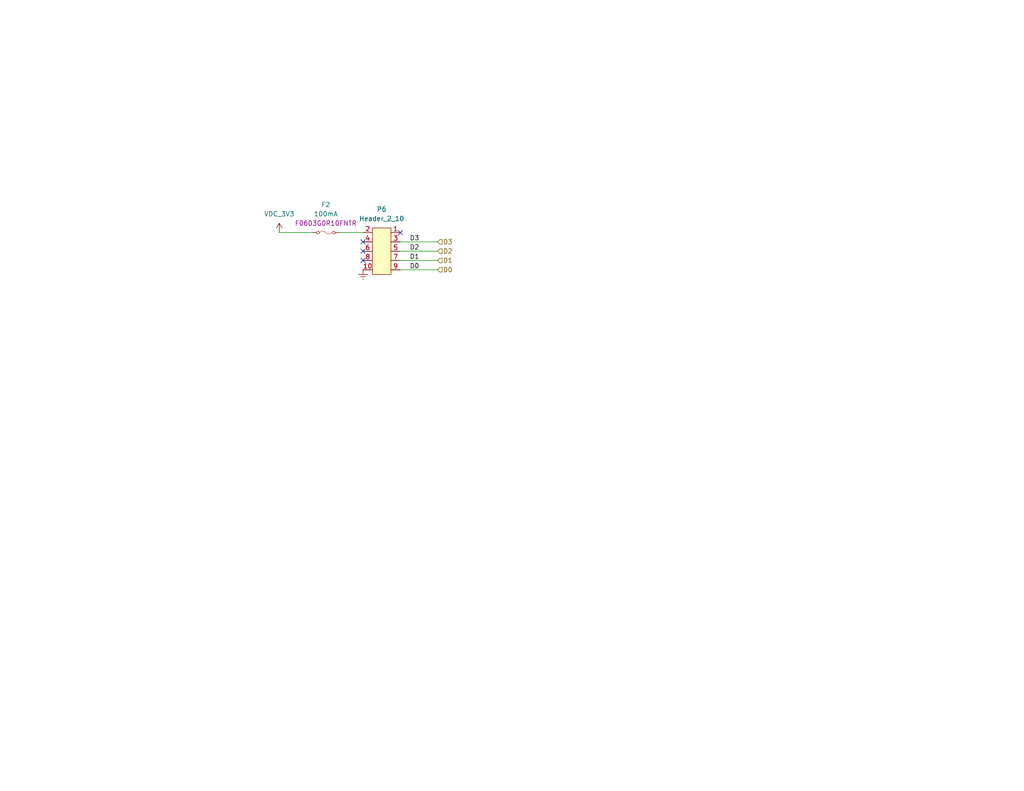
<source format=kicad_sch>
(kicad_sch (version 20231120) (generator "eeschema") (generator_version "8.0")
  (paper "A")
  (title_block (title "${PROJECT_NAME}") (date "2025-04-13") (rev "${PCB_REVISION}") (company "BRENDANHAINES.COM"))
  (lib_symbols
    (symbol "bh:Fuse" (pin_numbers hide) (pin_names hide)
      (property "Reference" "F" (at 2.54 2.54 0))
      (property "Value" "Fuse" (at 3.81 0 0))
      (symbol "Fuse_0_1"
        (circle (center 0 -2.159) (radius 0.381) (stroke (width 0.127)))
        (arc (start 0 0) (mid -0.3683 -0.889) (end 0 -1.778) (stroke (width 0.0508)))
        (arc (start 0 0) (mid 0.3683 0.889) (end 0 1.778) (stroke (width 0.0508)))
        (circle (center 0 2.159) (radius 0.381) (stroke (width 0.127)))
      )
      (symbol "Fuse_1_1"
        (pin passive line (at 0 3.81 270) (length 1.27) (name "~") (number "1"))
        (pin passive line (at 0 -3.81 90) (length 1.27) (name "~") (number "2"))
      )
    )
    (symbol "bh:GND" (power) (pin_names (offset 0))
      (symbol "GND_0_1"
        (polyline (pts (xy -0.635 -1.905) (xy 0.635 -1.905)))
        (polyline (pts (xy -0.127 -2.54) (xy 0.127 -2.54)))
        (polyline (pts (xy 0 -1.27) (xy 0 0)))
        (polyline (pts (xy 1.27 -1.27) (xy -1.27 -1.27)))
      )
      (symbol "GND_1_1"
        (pin power_in line (at 0 0 90) (length 0) hide (name "GND") (number "1"))
      )
    )
    (symbol "bh:Header_2_10" (pin_names (offset 1.016) hide)
      (property "Reference" "P" (at 0 0 0))
      (property "Value" "Header_2_10" (at 0 0 0))
      (symbol "Header_2_10_0_1"
        (rectangle (start 0 0) (end 5.08 -12.7) (fill (type background)))
      )
      (symbol "Header_2_10_0_2"
        (rectangle (start 0 0) (end 2.54 -25.4) (fill (type background)))
      )
      (symbol "Header_2_10_1_1"
        (pin passive line (at -2.54 -1.27 0) (length 2.54) (name "~") (number "1"))
        (pin passive line (at 7.62 -11.43 180) (length 2.54) (name "~") (number "10"))
        (pin passive line (at 7.62 -1.27 180) (length 2.54) (name "~") (number "2"))
        (pin passive line (at -2.54 -3.81 0) (length 2.54) (name "~") (number "3"))
        (pin passive line (at 7.62 -3.81 180) (length 2.54) (name "~") (number "4"))
        (pin passive line (at -2.54 -6.35 0) (length 2.54) (name "~") (number "5"))
        (pin passive line (at 7.62 -6.35 180) (length 2.54) (name "~") (number "6"))
        (pin passive line (at -2.54 -8.89 0) (length 2.54) (name "~") (number "7"))
        (pin passive line (at 7.62 -8.89 180) (length 2.54) (name "~") (number "8"))
        (pin passive line (at -2.54 -11.43 0) (length 2.54) (name "~") (number "9"))
      )
      (symbol "Header_2_10_1_2"
        (pin passive line (at -2.54 -1.27 0) (length 2.54) (name "~") (number "1"))
        (pin passive line (at -2.54 -24.13 0) (length 2.54) (name "~") (number "10"))
        (pin passive line (at -2.54 -3.81 0) (length 2.54) (name "~") (number "2"))
        (pin passive line (at -2.54 -6.35 0) (length 2.54) (name "~") (number "3"))
        (pin passive line (at -2.54 -8.89 0) (length 2.54) (name "~") (number "4"))
        (pin passive line (at -2.54 -11.43 0) (length 2.54) (name "~") (number "5"))
        (pin passive line (at -2.54 -13.97 0) (length 2.54) (name "~") (number "6"))
        (pin passive line (at -2.54 -16.51 0) (length 2.54) (name "~") (number "7"))
        (pin passive line (at -2.54 -19.05 0) (length 2.54) (name "~") (number "8"))
        (pin passive line (at -2.54 -21.59 0) (length 2.54) (name "~") (number "9"))
      )
    )
    (symbol "bh:VDC_3V3" (power) (pin_names (offset 0))
      (property "Value" "VDC_3V3" (at 0 3.556 0))
      (symbol "VDC_3V3_0_1"
        (polyline (pts (xy -0.762 1.27) (xy 0 2.54)))
        (polyline (pts (xy 0 0) (xy 0 2.54)))
        (polyline (pts (xy 0 2.54) (xy 0.762 1.27)))
      )
      (symbol "VDC_3V3_1_1"
        (pin power_in line (at 0 0 90) (length 0) hide (name "VDC_3V3") (number "1"))
      )
    )
  )
  (no_connect (at 109.22 63.5))
  (no_connect (at 99.06 66.04))
  (no_connect (at 99.06 71.12))
  (no_connect (at 99.06 68.58))
  (wire (pts (xy 109.22 66.04) (xy 119.38 66.04)))
  (wire (pts (xy 109.22 73.66) (xy 119.38 73.66)))
  (wire (pts (xy 109.22 68.58) (xy 119.38 68.58)))
  (wire (pts (xy 92.71 63.5) (xy 99.06 63.5)))
  (wire (pts (xy 109.22 71.12) (xy 119.38 71.12)))
  (wire (pts (xy 76.2 63.5) (xy 85.09 63.5)))
  (label "D2" (at 111.76 68.58 0))
  (label "D1" (at 111.76 71.12 0))
  (label "D0" (at 111.76 73.66 0))
  (label "D3" (at 111.76 66.04 0))
  (hierarchical_label "D0" (shape input) (at 119.38 73.66 0))
  (hierarchical_label "D1" (shape input) (at 119.38 71.12 0))
  (hierarchical_label "D3" (shape input) (at 119.38 66.04 0))
  (hierarchical_label "D2" (shape input) (at 119.38 68.58 0))
  (symbol (lib_id "bh:GND") (at 99.06 73.66 0) (unit 1)
    (property "Reference" "#PWR032" (effects (hide yes)))
    (property "Value" "GND" (effects (hide yes)))
    (property "Description" "Power Symbol" (effects (hide yes)))
    (instances (project "pluto_shield" (path "" (reference "#PWR032") (unit 1)) (path "" (reference "#PWR034") (unit 1)) (path "" (reference "#PWR030") (unit 1))))
  )
  (symbol (lib_id "bh:Fuse") (at 88.9 63.5 90) (unit 1)
    (property "Reference" "F2" (at 88.9 55.88 90))
    (property "Value" "100mA" (at 88.9 58.42 90))
    (property "Footprint" "common:R0603" (effects (hide yes)))
    (property "Description" "Fuse" (effects (hide yes)))
    (property "Manufacturer" "KYOCERA AVX" (effects (hide yes)))
    (property "ManufacturerPartNumber" "F0603G0R10FNTR" (at 88.9 60.96 90))
    (instances (project "pluto_shield" (path "" (reference "F2") (unit 1)) (path "" (reference "F3") (unit 1)) (path "" (reference "F1") (unit 1))))
  )
  (symbol (lib_id "bh:Header_2_10") (at 106.68 62.23 0) (mirror y) (unit 1)
    (property "Reference" "P6" (at 104.14 57.15 0))
    (property "Value" "Header_2_10" (at 104.14 59.69 0))
    (property "Footprint" "common:PinHeader_2x05_P2.54mm_Vertical_Shrouded" (effects (hide yes)))
    (property "Description" "Header, 2x5" (effects (hide yes)))
    (property "Manufacturer" "Samtec, Inc." (effects (hide yes)))
    (property "ManufacturerPartNumber" "TST-105-01-G-D" (effects (hide yes)))
    (instances (project "pluto_shield" (path "" (reference "P6") (unit 1)) (path "" (reference "P7") (unit 1)) (path "" (reference "P5") (unit 1))))
  )
  (symbol (lib_id "bh:VDC_3V3") (at 76.2 63.5 0) (unit 1)
    (property "Reference" "#PWR031" (effects (hide yes)))
    (property "Value" "VDC_3V3" (at 76.2 58.42 0))
    (property "Description" "Power Symbol" (effects (hide yes)))
    (instances (project "pluto_shield" (path "" (reference "#PWR031") (unit 1)) (path "" (reference "#PWR033") (unit 1)) (path "" (reference "#PWR012") (unit 1))))
  )
)
</source>
